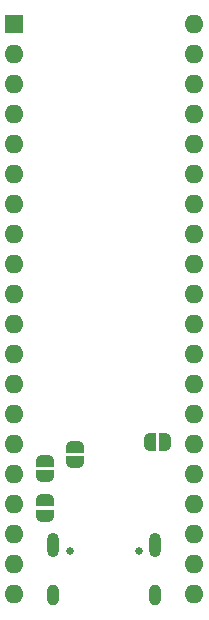
<source format=gbr>
%TF.GenerationSoftware,KiCad,Pcbnew,8.0.6*%
%TF.CreationDate,2024-11-16T14:05:28-06:00*%
%TF.ProjectId,ATesp32,41546573-7033-4322-9e6b-696361645f70,rev?*%
%TF.SameCoordinates,PX47868c0PY2faf080*%
%TF.FileFunction,Soldermask,Bot*%
%TF.FilePolarity,Negative*%
%FSLAX46Y46*%
G04 Gerber Fmt 4.6, Leading zero omitted, Abs format (unit mm)*
G04 Created by KiCad (PCBNEW 8.0.6) date 2024-11-16 14:05:28*
%MOMM*%
%LPD*%
G01*
G04 APERTURE LIST*
G04 Aperture macros list*
%AMFreePoly0*
4,1,19,0.500000,-0.750000,0.000000,-0.750000,0.000000,-0.744911,-0.071157,-0.744911,-0.207708,-0.704816,-0.327430,-0.627875,-0.420627,-0.520320,-0.479746,-0.390866,-0.500000,-0.250000,-0.500000,0.250000,-0.479746,0.390866,-0.420627,0.520320,-0.327430,0.627875,-0.207708,0.704816,-0.071157,0.744911,0.000000,0.744911,0.000000,0.750000,0.500000,0.750000,0.500000,-0.750000,0.500000,-0.750000,
$1*%
%AMFreePoly1*
4,1,19,0.000000,0.744911,0.071157,0.744911,0.207708,0.704816,0.327430,0.627875,0.420627,0.520320,0.479746,0.390866,0.500000,0.250000,0.500000,-0.250000,0.479746,-0.390866,0.420627,-0.520320,0.327430,-0.627875,0.207708,-0.704816,0.071157,-0.744911,0.000000,-0.744911,0.000000,-0.750000,-0.500000,-0.750000,-0.500000,0.750000,0.000000,0.750000,0.000000,0.744911,0.000000,0.744911,
$1*%
G04 Aperture macros list end*
%ADD10R,1.600000X1.600000*%
%ADD11O,1.600000X1.600000*%
%ADD12C,0.650000*%
%ADD13O,1.000000X2.100000*%
%ADD14O,1.000000X1.800000*%
%ADD15FreePoly0,90.000000*%
%ADD16FreePoly1,90.000000*%
%ADD17FreePoly0,180.000000*%
%ADD18FreePoly1,180.000000*%
G04 APERTURE END LIST*
D10*
%TO.C,U2*%
X1380000Y-1370000D03*
D11*
X1380000Y-3910000D03*
X1380000Y-6450000D03*
X1380000Y-8990000D03*
X1380000Y-11530000D03*
X1380000Y-14070000D03*
X1380000Y-16610000D03*
X1380000Y-19150000D03*
X1380000Y-21690000D03*
X1380000Y-24230000D03*
X1380000Y-26770000D03*
X1380000Y-29310000D03*
X1380000Y-31850000D03*
X1380000Y-34390000D03*
X1380000Y-36930000D03*
X1380000Y-39470000D03*
X1380000Y-42010000D03*
X1380000Y-44550000D03*
X1380000Y-47090000D03*
X1380000Y-49630000D03*
X16620000Y-49630000D03*
X16620000Y-47090000D03*
X16620000Y-44550000D03*
X16620000Y-42010000D03*
X16620000Y-39470000D03*
X16620000Y-36930000D03*
X16620000Y-34390000D03*
X16620000Y-31850000D03*
X16620000Y-29310000D03*
X16620000Y-26770000D03*
X16620000Y-24230000D03*
X16620000Y-21690000D03*
X16620000Y-19150000D03*
X16620000Y-16610000D03*
X16620000Y-14070000D03*
X16620000Y-11530000D03*
X16620000Y-8990000D03*
X16620000Y-6450000D03*
X16620000Y-3910000D03*
X16620000Y-1370000D03*
%TD*%
D12*
%TO.C,J1*%
X6110000Y-46000000D03*
X11890000Y-46000000D03*
D13*
X4680000Y-45480000D03*
D14*
X4680000Y-49680000D03*
D13*
X13320000Y-45480000D03*
D14*
X13320000Y-49680000D03*
%TD*%
D15*
%TO.C,JP4*%
X4000000Y-43000000D03*
D16*
X4000000Y-41700000D03*
%TD*%
D17*
%TO.C,JP6*%
X14150000Y-36800000D03*
D18*
X12850000Y-36800000D03*
%TD*%
D15*
%TO.C,JP7*%
X4000000Y-39650000D03*
D16*
X4000000Y-38350000D03*
%TD*%
D15*
%TO.C,JP8*%
X6500000Y-38450000D03*
D16*
X6500000Y-37150000D03*
%TD*%
M02*

</source>
